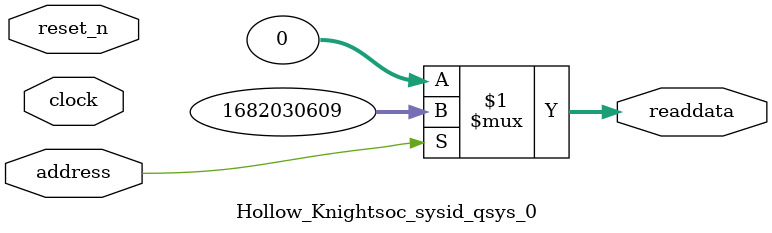
<source format=v>



// synthesis translate_off
`timescale 1ns / 1ps
// synthesis translate_on

// turn off superfluous verilog processor warnings 
// altera message_level Level1 
// altera message_off 10034 10035 10036 10037 10230 10240 10030 

module Hollow_Knightsoc_sysid_qsys_0 (
               // inputs:
                address,
                clock,
                reset_n,

               // outputs:
                readdata
             )
;

  output  [ 31: 0] readdata;
  input            address;
  input            clock;
  input            reset_n;

  wire    [ 31: 0] readdata;
  //control_slave, which is an e_avalon_slave
  assign readdata = address ? 1682030609 : 0;

endmodule



</source>
